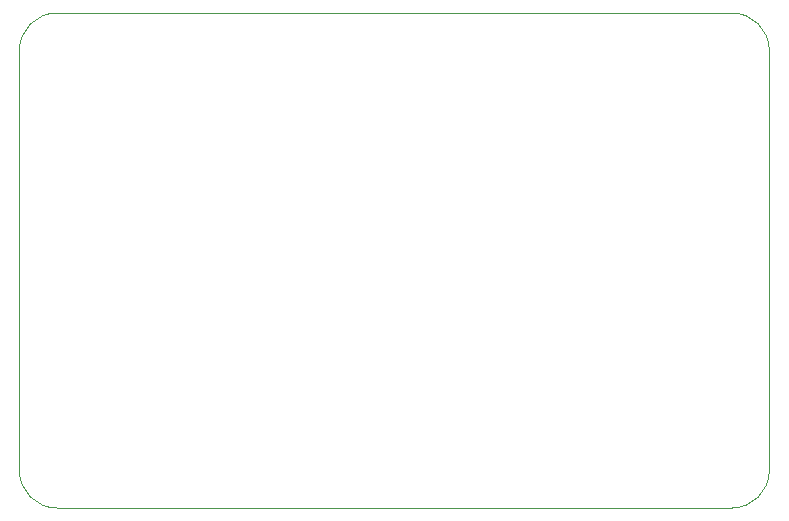
<source format=gbr>
%TF.GenerationSoftware,KiCad,Pcbnew,7.0.6*%
%TF.CreationDate,2024-07-23T19:19:19+03:00*%
%TF.ProjectId,bus_input_card,6275735f-696e-4707-9574-5f636172642e,rev?*%
%TF.SameCoordinates,Original*%
%TF.FileFunction,Profile,NP*%
%FSLAX46Y46*%
G04 Gerber Fmt 4.6, Leading zero omitted, Abs format (unit mm)*
G04 Created by KiCad (PCBNEW 7.0.6) date 2024-07-23 19:19:19*
%MOMM*%
%LPD*%
G01*
G04 APERTURE LIST*
%TA.AperFunction,Profile*%
%ADD10C,0.100000*%
%TD*%
G04 APERTURE END LIST*
D10*
X117199525Y-113243875D02*
G75*
G03*
X120374451Y-116418875I3174975J-25D01*
G01*
X177524451Y-116418875D02*
X120374451Y-116418875D01*
X180699451Y-77683875D02*
X180699451Y-113243875D01*
X117199451Y-113243875D02*
X117199451Y-77683875D01*
X177524451Y-116418851D02*
G75*
G03*
X180699451Y-113243875I49J3174951D01*
G01*
X120374451Y-74508851D02*
G75*
G03*
X117199451Y-77683875I49J-3175049D01*
G01*
X180699525Y-77683875D02*
G75*
G03*
X177524451Y-74508875I-3175025J-25D01*
G01*
X120374451Y-74508875D02*
X177524451Y-74508875D01*
M02*

</source>
